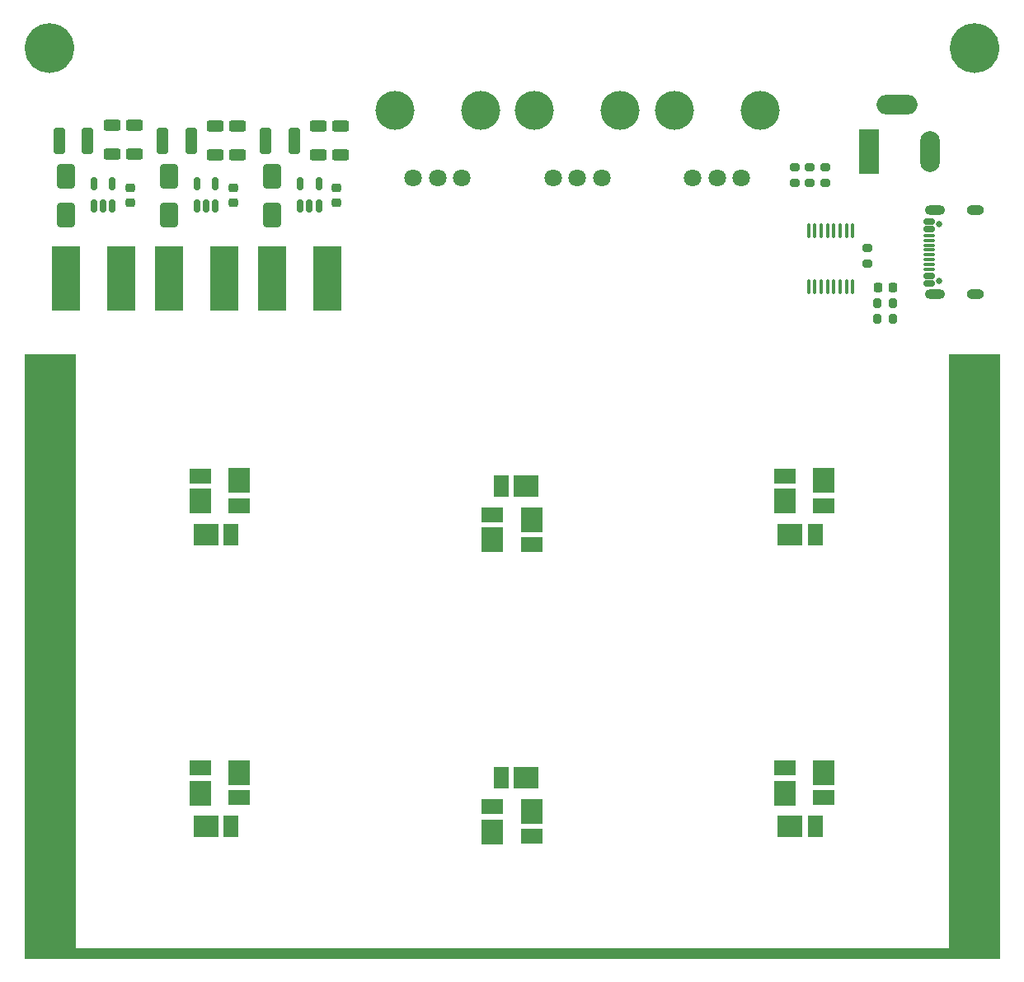
<source format=gts>
G04 #@! TF.GenerationSoftware,KiCad,Pcbnew,8.0.4*
G04 #@! TF.CreationDate,2024-08-02T19:36:34-07:00*
G04 #@! TF.ProjectId,backlight,6261636b-6c69-4676-9874-2e6b69636164,rev?*
G04 #@! TF.SameCoordinates,Original*
G04 #@! TF.FileFunction,Soldermask,Top*
G04 #@! TF.FilePolarity,Negative*
%FSLAX46Y46*%
G04 Gerber Fmt 4.6, Leading zero omitted, Abs format (unit mm)*
G04 Created by KiCad (PCBNEW 8.0.4) date 2024-08-02 19:36:34*
%MOMM*%
%LPD*%
G01*
G04 APERTURE LIST*
G04 Aperture macros list*
%AMRoundRect*
0 Rectangle with rounded corners*
0 $1 Rounding radius*
0 $2 $3 $4 $5 $6 $7 $8 $9 X,Y pos of 4 corners*
0 Add a 4 corners polygon primitive as box body*
4,1,4,$2,$3,$4,$5,$6,$7,$8,$9,$2,$3,0*
0 Add four circle primitives for the rounded corners*
1,1,$1+$1,$2,$3*
1,1,$1+$1,$4,$5*
1,1,$1+$1,$6,$7*
1,1,$1+$1,$8,$9*
0 Add four rect primitives between the rounded corners*
20,1,$1+$1,$2,$3,$4,$5,0*
20,1,$1+$1,$4,$5,$6,$7,0*
20,1,$1+$1,$6,$7,$8,$9,0*
20,1,$1+$1,$8,$9,$2,$3,0*%
G04 Aperture macros list end*
%ADD10C,0.100000*%
%ADD11C,2.575000*%
%ADD12C,4.000000*%
%ADD13C,1.800000*%
%ADD14RoundRect,0.150000X0.150000X-0.512500X0.150000X0.512500X-0.150000X0.512500X-0.150000X-0.512500X0*%
%ADD15RoundRect,0.200000X0.275000X-0.200000X0.275000X0.200000X-0.275000X0.200000X-0.275000X-0.200000X0*%
%ADD16RoundRect,0.250000X-0.325000X-1.100000X0.325000X-1.100000X0.325000X1.100000X-0.325000X1.100000X0*%
%ADD17R,1.550000X2.200000*%
%ADD18R,2.500000X2.200000*%
%ADD19RoundRect,0.250000X-0.625000X0.312500X-0.625000X-0.312500X0.625000X-0.312500X0.625000X0.312500X0*%
%ADD20C,2.200000*%
%ADD21RoundRect,0.225000X0.225000X0.250000X-0.225000X0.250000X-0.225000X-0.250000X0.225000X-0.250000X0*%
%ADD22RoundRect,0.250000X-0.650000X1.000000X-0.650000X-1.000000X0.650000X-1.000000X0.650000X1.000000X0*%
%ADD23RoundRect,0.225000X-0.250000X0.225000X-0.250000X-0.225000X0.250000X-0.225000X0.250000X0.225000X0*%
%ADD24R,2.200000X1.550000*%
%ADD25R,2.200000X2.500000*%
%ADD26RoundRect,0.100000X-0.100000X0.637500X-0.100000X-0.637500X0.100000X-0.637500X0.100000X0.637500X0*%
%ADD27O,1.800000X1.000000*%
%ADD28O,2.100000X1.000000*%
%ADD29RoundRect,0.150000X0.425000X-0.150000X0.425000X0.150000X-0.425000X0.150000X-0.425000X-0.150000X0*%
%ADD30RoundRect,0.075000X0.500000X-0.075000X0.500000X0.075000X-0.500000X0.075000X-0.500000X-0.075000X0*%
%ADD31C,0.650000*%
%ADD32RoundRect,0.200000X-0.275000X0.200000X-0.275000X-0.200000X0.275000X-0.200000X0.275000X0.200000X0*%
%ADD33R,2.850000X6.600000*%
%ADD34O,4.200000X2.000000*%
%ADD35O,2.000000X4.200000*%
%ADD36R,2.000000X4.600000*%
%ADD37RoundRect,0.200000X-0.200000X-0.275000X0.200000X-0.275000X0.200000X0.275000X-0.200000X0.275000X0*%
G04 APERTURE END LIST*
D10*
X176900000Y-86000000D02*
X182000000Y-86000000D01*
X182000000Y-148000000D01*
X176900000Y-148000000D01*
X176900000Y-86000000D01*
G36*
X176900000Y-86000000D02*
G01*
X182000000Y-86000000D01*
X182000000Y-148000000D01*
X176900000Y-148000000D01*
X176900000Y-86000000D01*
G37*
X82000000Y-86000000D02*
X87100000Y-86000000D01*
X87100000Y-148000000D01*
X82000000Y-148000000D01*
X82000000Y-86000000D01*
G36*
X82000000Y-86000000D02*
G01*
X87100000Y-86000000D01*
X87100000Y-148000000D01*
X82000000Y-148000000D01*
X82000000Y-86000000D01*
G37*
X87100000Y-147000000D02*
X177000000Y-147000000D01*
X177000000Y-148000000D01*
X87100000Y-148000000D01*
X87100000Y-147000000D01*
G36*
X87100000Y-147000000D02*
G01*
X177000000Y-147000000D01*
X177000000Y-148000000D01*
X87100000Y-148000000D01*
X87100000Y-147000000D01*
G37*
D11*
X180787500Y-88500000D02*
G75*
G02*
X178212500Y-88500000I-1287500J0D01*
G01*
X178212500Y-88500000D02*
G75*
G02*
X180787500Y-88500000I1287500J0D01*
G01*
X85787500Y-88500000D02*
G75*
G02*
X83212500Y-88500000I-1287500J0D01*
G01*
X83212500Y-88500000D02*
G75*
G02*
X85787500Y-88500000I1287500J0D01*
G01*
X85787500Y-54500000D02*
G75*
G02*
X83212500Y-54500000I-1287500J0D01*
G01*
X83212500Y-54500000D02*
G75*
G02*
X85787500Y-54500000I1287500J0D01*
G01*
X85787500Y-145500000D02*
G75*
G02*
X83212500Y-145500000I-1287500J0D01*
G01*
X83212500Y-145500000D02*
G75*
G02*
X85787500Y-145500000I1287500J0D01*
G01*
X180787500Y-145500000D02*
G75*
G02*
X178212500Y-145500000I-1287500J0D01*
G01*
X178212500Y-145500000D02*
G75*
G02*
X180787500Y-145500000I1287500J0D01*
G01*
X180787500Y-54500000D02*
G75*
G02*
X178212500Y-54500000I-1287500J0D01*
G01*
X178212500Y-54500000D02*
G75*
G02*
X180787500Y-54500000I1287500J0D01*
G01*
D12*
X148667843Y-60870000D03*
X157467843Y-60870000D03*
D13*
X155567843Y-67870000D03*
X153067843Y-67870000D03*
X150567843Y-67870000D03*
D12*
X134317843Y-60870000D03*
X143117843Y-60870000D03*
D13*
X141217843Y-67870000D03*
X138717843Y-67870000D03*
X136217843Y-67870000D03*
D12*
X119967843Y-60870000D03*
X128767843Y-60870000D03*
D13*
X126867843Y-67870000D03*
X124367843Y-67870000D03*
X121867843Y-67870000D03*
D14*
X110250000Y-68462500D03*
X112150000Y-68462500D03*
X112150000Y-70737500D03*
X111200000Y-70737500D03*
X110250000Y-70737500D03*
D15*
X162600000Y-66725000D03*
X162600000Y-68375000D03*
D16*
X109625001Y-64000000D03*
X106674999Y-64000000D03*
D17*
X130875002Y-129500000D03*
D18*
X133450002Y-129500000D03*
D19*
X112089998Y-65462500D03*
X112089998Y-62537500D03*
D20*
X179500000Y-88500000D03*
D19*
X101500000Y-65462500D03*
X101500000Y-62537500D03*
D21*
X169550000Y-79125000D03*
X171100000Y-79125000D03*
D22*
X86200000Y-71645000D03*
X86200000Y-67645000D03*
D23*
X114000000Y-70375000D03*
X114000000Y-68825000D03*
X92800000Y-70375000D03*
X92800000Y-68825000D03*
D17*
X163125000Y-134500000D03*
D18*
X160550000Y-134500000D03*
D19*
X90900000Y-65362500D03*
X90900000Y-62437500D03*
D20*
X84500000Y-88500000D03*
D16*
X88425001Y-64000000D03*
X85474999Y-64000000D03*
D20*
X84500000Y-54500000D03*
D24*
X100000000Y-98475000D03*
D25*
X100000000Y-101050000D03*
D22*
X107400000Y-71645000D03*
X107400000Y-67645000D03*
X96800000Y-71645000D03*
X96800000Y-67645000D03*
D17*
X163125000Y-104500000D03*
D18*
X160550000Y-104500000D03*
D19*
X93200000Y-65362500D03*
X93200000Y-62437500D03*
D26*
X167000000Y-78987500D03*
X166350000Y-78987500D03*
X165700000Y-78987500D03*
X165050000Y-78987500D03*
X164400000Y-78987500D03*
X163750000Y-78987500D03*
X163100000Y-78987500D03*
X162450000Y-78987500D03*
X162450000Y-73262500D03*
X163100000Y-73262500D03*
X163750000Y-73262500D03*
X164400000Y-73262500D03*
X165050000Y-73262500D03*
X165700000Y-73262500D03*
X166350000Y-73262500D03*
X167000000Y-73262500D03*
D17*
X130875001Y-99499999D03*
D18*
X133450001Y-99499999D03*
D20*
X84500000Y-145500000D03*
D19*
X103800002Y-65462500D03*
X103800002Y-62537500D03*
D15*
X161000000Y-66725000D03*
X161000000Y-68375000D03*
D24*
X133999999Y-105524999D03*
D25*
X133999999Y-102949999D03*
D24*
X164000000Y-101525000D03*
D25*
X164000000Y-98950000D03*
D27*
X179575000Y-71180000D03*
D28*
X175395000Y-71180000D03*
D27*
X179575000Y-79820000D03*
D28*
X175395000Y-79820000D03*
D29*
X174820000Y-78700000D03*
X174820000Y-77900000D03*
D30*
X174820000Y-77250000D03*
X174820000Y-76250000D03*
X174820000Y-74750000D03*
X174820000Y-73750000D03*
D29*
X174820000Y-73100000D03*
X174820000Y-72300000D03*
X174820000Y-72300000D03*
X174820000Y-73100000D03*
D30*
X174820000Y-74250000D03*
X174820000Y-75250000D03*
X174820000Y-75750000D03*
X174820000Y-76750000D03*
D29*
X174820000Y-77900000D03*
X174820000Y-78700000D03*
D31*
X175895000Y-72610000D03*
X175895000Y-78390000D03*
D24*
X160000000Y-98475000D03*
D25*
X160000000Y-101050000D03*
D24*
X160000000Y-128475000D03*
D25*
X160000000Y-131050000D03*
D24*
X104000000Y-131525000D03*
D25*
X104000000Y-128950000D03*
D24*
X104000000Y-101525000D03*
D25*
X104000000Y-98950000D03*
D23*
X103400000Y-70375000D03*
X103400000Y-68825000D03*
D17*
X103125000Y-104500000D03*
D18*
X100550000Y-104500000D03*
D32*
X168525000Y-76650000D03*
X168525000Y-75000000D03*
D17*
X103125000Y-134500000D03*
D18*
X100550000Y-134500000D03*
D33*
X86175000Y-78200000D03*
X91825000Y-78200000D03*
D14*
X89050000Y-68462500D03*
X90950000Y-68462500D03*
X90950000Y-70737500D03*
X90000000Y-70737500D03*
X89050000Y-70737500D03*
D16*
X99025001Y-64000000D03*
X96074999Y-64000000D03*
D33*
X107375000Y-78200000D03*
X113025000Y-78200000D03*
D24*
X130000002Y-132475000D03*
D25*
X130000002Y-135050000D03*
D24*
X164000000Y-131525000D03*
D25*
X164000000Y-128950000D03*
D34*
X171550000Y-60350000D03*
D35*
X174950000Y-65150000D03*
D36*
X168650000Y-65150000D03*
D14*
X99650000Y-68462500D03*
X101550000Y-68462500D03*
X101550000Y-70737500D03*
X100600000Y-70737500D03*
X99650000Y-70737500D03*
D37*
X171150000Y-80725000D03*
X169500000Y-80725000D03*
D19*
X114400000Y-65462500D03*
X114400000Y-62537500D03*
D15*
X164200000Y-66725000D03*
X164200000Y-68375000D03*
D20*
X179500000Y-145500000D03*
D24*
X100000000Y-128475000D03*
D25*
X100000000Y-131050000D03*
D24*
X134000000Y-135525000D03*
D25*
X134000000Y-132950000D03*
D20*
X179500000Y-54500000D03*
D37*
X171150000Y-82325000D03*
X169500000Y-82325000D03*
D24*
X130000001Y-102474999D03*
D25*
X130000001Y-105049999D03*
D33*
X96775000Y-78200000D03*
X102425000Y-78200000D03*
M02*

</source>
